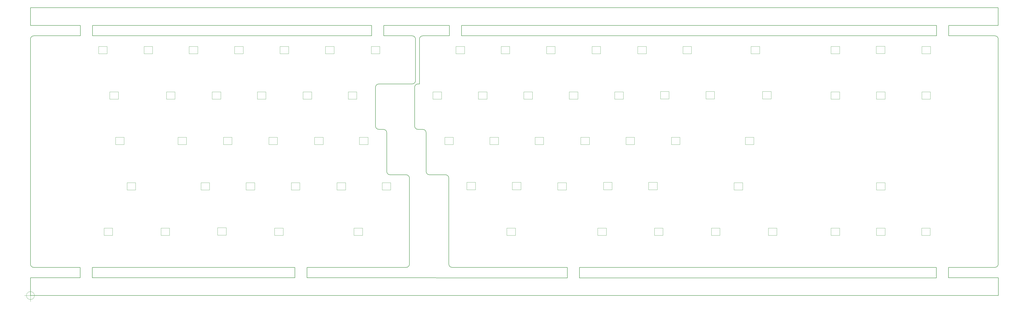
<source format=gbr>
G04 #@! TF.GenerationSoftware,KiCad,Pcbnew,(5.1.9)-1*
G04 #@! TF.CreationDate,2021-02-20T23:04:41-08:00*
G04 #@! TF.ProjectId,kujira,6b756a69-7261-42e6-9b69-6361645f7063,rev?*
G04 #@! TF.SameCoordinates,Original*
G04 #@! TF.FileFunction,Profile,NP*
%FSLAX46Y46*%
G04 Gerber Fmt 4.6, Leading zero omitted, Abs format (unit mm)*
G04 Created by KiCad (PCBNEW (5.1.9)-1) date 2021-02-20 23:04:41*
%MOMM*%
%LPD*%
G01*
G04 APERTURE LIST*
G04 #@! TA.AperFunction,Profile*
%ADD10C,0.100000*%
G04 #@! TD*
G04 #@! TA.AperFunction,Profile*
%ADD11C,0.200000*%
G04 #@! TD*
G04 #@! TA.AperFunction,Profile*
%ADD12C,0.120000*%
G04 #@! TD*
G04 APERTURE END LIST*
D10*
X22748666Y-144018000D02*
G75*
G03*
X22748666Y-144018000I-1666666J0D01*
G01*
X18582000Y-144018000D02*
X23582000Y-144018000D01*
X21082000Y-141518000D02*
X21082000Y-146518000D01*
D11*
X183515000Y-55245000D02*
X184150000Y-55245000D01*
X47117000Y-30734000D02*
X47117000Y-35052000D01*
X21082000Y-30734000D02*
X21082000Y-23241000D01*
X21082000Y-30734000D02*
X42037000Y-30734000D01*
X21082000Y-23241000D02*
X426783500Y-23241000D01*
X169164000Y-30734000D02*
X196723000Y-30734000D01*
X164084000Y-35052000D02*
X164084000Y-30734000D01*
X42037000Y-35052000D02*
X42037000Y-30734000D01*
X426783500Y-23241000D02*
X426783500Y-30734000D01*
X169164000Y-30734000D02*
X169164000Y-35052000D01*
X164084000Y-30734000D02*
X47117000Y-30734000D01*
X196723000Y-35052000D02*
X196723000Y-30734000D01*
X201803000Y-30734000D02*
X201803000Y-35052000D01*
X406019000Y-30734000D02*
X406019000Y-35052000D01*
X406019000Y-30734000D02*
X426783500Y-30734000D01*
X400939000Y-30734000D02*
X201803000Y-30734000D01*
X400939000Y-35052000D02*
X400939000Y-30734000D01*
X426847000Y-136525000D02*
X405892000Y-136525000D01*
X283845000Y-136652000D02*
X251206000Y-136652000D01*
X426847000Y-144018000D02*
X21082000Y-144018000D01*
X21082000Y-144018000D02*
X21082000Y-136525000D01*
X41910000Y-136525000D02*
X21082000Y-136525000D01*
X283845000Y-136652000D02*
X400812000Y-136652000D01*
X46990000Y-136525000D02*
X131953000Y-136525000D01*
X426847000Y-136525000D02*
X426847000Y-144018000D01*
X137033000Y-136525000D02*
X246126000Y-136652000D01*
X46990000Y-132207000D02*
X46990000Y-136525000D01*
X41910000Y-136525000D02*
X41910000Y-132207000D01*
X137033000Y-132207000D02*
X137033000Y-136525000D01*
X131953000Y-136525000D02*
X131953000Y-132207000D01*
X251206000Y-132207000D02*
X251206000Y-136652000D01*
X246126000Y-136652000D02*
X246126000Y-132207000D01*
X400812000Y-136652000D02*
X400812000Y-132207000D01*
X405892000Y-132207000D02*
X405892000Y-136525000D01*
X137033000Y-132207000D02*
X178562000Y-132207000D01*
X405892000Y-132207000D02*
X425386500Y-132207000D01*
X283845000Y-132207000D02*
X251206000Y-132207000D01*
X246126000Y-132207000D02*
X197866000Y-132207000D01*
X22479000Y-132207000D02*
X41910000Y-132207000D01*
X46990000Y-132207000D02*
X131953000Y-132207000D01*
X406019000Y-35052000D02*
X425386500Y-35052000D01*
X22479000Y-35052000D02*
X42037000Y-35052000D01*
X185547000Y-35052000D02*
X196723000Y-35052000D01*
X169164000Y-35052000D02*
X181102000Y-35052000D01*
X182118000Y-56642000D02*
G75*
G02*
X183515000Y-55245000I1397000J0D01*
G01*
X183515000Y-74295000D02*
G75*
G02*
X182118000Y-72898000I0J1397000D01*
G01*
X185547000Y-74295000D02*
G75*
G02*
X186944000Y-75692000I0J-1397000D01*
G01*
X188341000Y-93345000D02*
G75*
G02*
X186944000Y-91948000I0J1397000D01*
G01*
X195072000Y-93345000D02*
G75*
G02*
X196469000Y-94742000I0J-1397000D01*
G01*
X197866000Y-132207000D02*
G75*
G02*
X196469000Y-130810000I0J1397000D01*
G01*
X179959000Y-130810000D02*
G75*
G02*
X178562000Y-132207000I-1397000J0D01*
G01*
X178562000Y-93345000D02*
G75*
G02*
X179959000Y-94742000I0J-1397000D01*
G01*
X171831000Y-93345000D02*
G75*
G02*
X170434000Y-91948000I0J1397000D01*
G01*
X169037000Y-74295000D02*
G75*
G02*
X170434000Y-75692000I0J-1397000D01*
G01*
X167132000Y-74295000D02*
G75*
G02*
X165735000Y-72898000I0J1397000D01*
G01*
X165735000Y-56642000D02*
G75*
G02*
X167132000Y-55245000I1397000J0D01*
G01*
X182499000Y-53848000D02*
G75*
G02*
X181102000Y-55245000I-1397000J0D01*
G01*
X181102000Y-35052000D02*
G75*
G02*
X182499000Y-36449000I0J-1397000D01*
G01*
X184150000Y-36449000D02*
G75*
G02*
X185547000Y-35052000I1397000J0D01*
G01*
X201803000Y-35052000D02*
X400939000Y-35052000D01*
X283845000Y-132207000D02*
X400812000Y-132207000D01*
X184150000Y-55245000D02*
X184150000Y-36449000D01*
X182118000Y-72898000D02*
X182118000Y-56642000D01*
X185547000Y-74295000D02*
X183515000Y-74295000D01*
X186944000Y-91948000D02*
X186944000Y-75692000D01*
X195072000Y-93345000D02*
X188341000Y-93345000D01*
X196469000Y-130810000D02*
X196469000Y-94742000D01*
X182499000Y-53848000D02*
X182499000Y-36449000D01*
X167132000Y-55245000D02*
X181102000Y-55245000D01*
X165735000Y-72898000D02*
X165735000Y-56642000D01*
X169037000Y-74295000D02*
X167132000Y-74295000D01*
X170434000Y-91948000D02*
X170434000Y-75692000D01*
X178562000Y-93345000D02*
X171831000Y-93345000D01*
X179959000Y-130810000D02*
X179959000Y-94742000D01*
X21082000Y-36449000D02*
G75*
G02*
X22479000Y-35052000I1397000J0D01*
G01*
X425386500Y-35052000D02*
G75*
G02*
X426783500Y-36449000I0J-1397000D01*
G01*
X426784880Y-130746500D02*
G75*
G02*
X425386500Y-132207000I-1461880J0D01*
G01*
X22479000Y-132207000D02*
G75*
G02*
X21082000Y-130810000I0J1397000D01*
G01*
X47117000Y-35052000D02*
X164084000Y-35052000D01*
X426783500Y-36449000D02*
X426784880Y-130746500D01*
X21082000Y-130810000D02*
X21082000Y-36449000D01*
D12*
X398230500Y-118771000D02*
X394630500Y-118771000D01*
X398230500Y-115671000D02*
X398230500Y-118771000D01*
X394630500Y-115671000D02*
X398230500Y-115671000D01*
X394630500Y-118771000D02*
X394630500Y-115671000D01*
X379307500Y-118771000D02*
X375707500Y-118771000D01*
X379307500Y-115671000D02*
X379307500Y-118771000D01*
X375707500Y-115671000D02*
X379307500Y-115671000D01*
X375707500Y-118771000D02*
X375707500Y-115671000D01*
X360257500Y-118771000D02*
X356657500Y-118771000D01*
X360257500Y-115671000D02*
X360257500Y-118771000D01*
X356657500Y-115671000D02*
X360257500Y-115671000D01*
X356657500Y-118771000D02*
X356657500Y-115671000D01*
X379307500Y-99721000D02*
X375707500Y-99721000D01*
X379307500Y-96621000D02*
X379307500Y-99721000D01*
X375707500Y-96621000D02*
X379307500Y-96621000D01*
X375707500Y-99721000D02*
X375707500Y-96621000D01*
X398313500Y-61621000D02*
X394713500Y-61621000D01*
X398313500Y-58521000D02*
X398313500Y-61621000D01*
X394713500Y-58521000D02*
X398313500Y-58521000D01*
X394713500Y-61621000D02*
X394713500Y-58521000D01*
X379307500Y-61621000D02*
X375707500Y-61621000D01*
X379307500Y-58521000D02*
X379307500Y-61621000D01*
X375707500Y-58521000D02*
X379307500Y-58521000D01*
X375707500Y-61621000D02*
X375707500Y-58521000D01*
X360257500Y-61621000D02*
X356657500Y-61621000D01*
X360257500Y-58521000D02*
X360257500Y-61621000D01*
X356657500Y-58521000D02*
X360257500Y-58521000D01*
X356657500Y-61621000D02*
X356657500Y-58521000D01*
X398357500Y-42571000D02*
X394757500Y-42571000D01*
X398357500Y-39471000D02*
X398357500Y-42571000D01*
X394757500Y-39471000D02*
X398357500Y-39471000D01*
X394757500Y-42571000D02*
X394757500Y-39471000D01*
X379224500Y-42506000D02*
X375624500Y-42506000D01*
X379224500Y-39406000D02*
X379224500Y-42506000D01*
X375624500Y-39406000D02*
X379224500Y-39406000D01*
X375624500Y-42506000D02*
X375624500Y-39406000D01*
X360257500Y-42571000D02*
X356657500Y-42571000D01*
X360257500Y-39471000D02*
X360257500Y-42571000D01*
X356657500Y-39471000D02*
X360257500Y-39471000D01*
X356657500Y-42571000D02*
X356657500Y-39471000D01*
X330368500Y-118771000D02*
X330368500Y-115671000D01*
X330368500Y-115671000D02*
X333968500Y-115671000D01*
X333968500Y-115671000D02*
X333968500Y-118771000D01*
X333968500Y-118771000D02*
X330368500Y-118771000D01*
X306492500Y-118771000D02*
X306492500Y-115671000D01*
X306492500Y-115671000D02*
X310092500Y-115671000D01*
X310092500Y-115671000D02*
X310092500Y-118771000D01*
X310092500Y-118771000D02*
X306492500Y-118771000D01*
X282616500Y-118771000D02*
X282616500Y-115671000D01*
X282616500Y-115671000D02*
X286216500Y-115671000D01*
X286216500Y-115671000D02*
X286216500Y-118771000D01*
X286216500Y-118771000D02*
X282616500Y-118771000D01*
X258867500Y-118771000D02*
X258867500Y-115671000D01*
X258867500Y-115671000D02*
X262467500Y-115671000D01*
X262467500Y-115671000D02*
X262467500Y-118771000D01*
X262467500Y-118771000D02*
X258867500Y-118771000D01*
X168507000Y-99721000D02*
X168507000Y-96621000D01*
X168507000Y-96621000D02*
X172107000Y-96621000D01*
X172107000Y-96621000D02*
X172107000Y-99721000D01*
X172107000Y-99721000D02*
X168507000Y-99721000D01*
X130407000Y-99721000D02*
X130407000Y-96621000D01*
X130407000Y-96621000D02*
X134007000Y-96621000D01*
X134007000Y-96621000D02*
X134007000Y-99721000D01*
X134007000Y-99721000D02*
X130407000Y-99721000D01*
X61573000Y-99721000D02*
X61573000Y-96621000D01*
X61573000Y-96621000D02*
X65173000Y-96621000D01*
X65173000Y-96621000D02*
X65173000Y-99721000D01*
X65173000Y-99721000D02*
X61573000Y-99721000D01*
X316017500Y-99721000D02*
X316017500Y-96621000D01*
X316017500Y-96621000D02*
X319617500Y-96621000D01*
X319617500Y-96621000D02*
X319617500Y-99721000D01*
X319617500Y-99721000D02*
X316017500Y-99721000D01*
X242103500Y-99721000D02*
X242103500Y-96621000D01*
X242103500Y-96621000D02*
X245703500Y-96621000D01*
X245703500Y-96621000D02*
X245703500Y-99721000D01*
X245703500Y-99721000D02*
X242103500Y-99721000D01*
X204003500Y-99594000D02*
X204003500Y-96494000D01*
X204003500Y-96494000D02*
X207603500Y-96494000D01*
X207603500Y-96494000D02*
X207603500Y-99594000D01*
X207603500Y-99594000D02*
X204003500Y-99594000D01*
X320716500Y-80671000D02*
X320716500Y-77571000D01*
X320716500Y-77571000D02*
X324316500Y-77571000D01*
X324316500Y-77571000D02*
X324316500Y-80671000D01*
X324316500Y-80671000D02*
X320716500Y-80671000D01*
X289728500Y-80671000D02*
X289728500Y-77571000D01*
X289728500Y-77571000D02*
X293328500Y-77571000D01*
X293328500Y-77571000D02*
X293328500Y-80671000D01*
X293328500Y-80671000D02*
X289728500Y-80671000D01*
X270678500Y-80671000D02*
X270678500Y-77571000D01*
X270678500Y-77571000D02*
X274278500Y-77571000D01*
X274278500Y-77571000D02*
X274278500Y-80671000D01*
X274278500Y-80671000D02*
X270678500Y-80671000D01*
X251755500Y-80671000D02*
X251755500Y-77571000D01*
X251755500Y-77571000D02*
X255355500Y-77571000D01*
X255355500Y-77571000D02*
X255355500Y-80671000D01*
X255355500Y-80671000D02*
X251755500Y-80671000D01*
X232578500Y-80671000D02*
X232578500Y-77571000D01*
X232578500Y-77571000D02*
X236178500Y-77571000D01*
X236178500Y-77571000D02*
X236178500Y-80671000D01*
X236178500Y-80671000D02*
X232578500Y-80671000D01*
X213655500Y-80671000D02*
X213655500Y-77571000D01*
X213655500Y-77571000D02*
X217255500Y-77571000D01*
X217255500Y-77571000D02*
X217255500Y-80671000D01*
X217255500Y-80671000D02*
X213655500Y-80671000D01*
X194732500Y-80671000D02*
X194732500Y-77571000D01*
X194732500Y-77571000D02*
X198332500Y-77571000D01*
X198332500Y-77571000D02*
X198332500Y-80671000D01*
X198332500Y-80671000D02*
X194732500Y-80671000D01*
X327955500Y-61494000D02*
X327955500Y-58394000D01*
X327955500Y-58394000D02*
X331555500Y-58394000D01*
X331555500Y-58394000D02*
X331555500Y-61494000D01*
X331555500Y-61494000D02*
X327955500Y-61494000D01*
X304206500Y-61494000D02*
X304206500Y-58394000D01*
X304206500Y-58394000D02*
X307806500Y-58394000D01*
X307806500Y-58394000D02*
X307806500Y-61494000D01*
X307806500Y-61494000D02*
X304206500Y-61494000D01*
X208829500Y-61621000D02*
X208829500Y-58521000D01*
X208829500Y-58521000D02*
X212429500Y-58521000D01*
X212429500Y-58521000D02*
X212429500Y-61621000D01*
X212429500Y-61621000D02*
X208829500Y-61621000D01*
X189779500Y-61621000D02*
X189779500Y-58521000D01*
X189779500Y-58521000D02*
X193379500Y-58521000D01*
X193379500Y-58521000D02*
X193379500Y-61621000D01*
X193379500Y-61621000D02*
X189779500Y-61621000D01*
X163935000Y-42571000D02*
X163935000Y-39471000D01*
X163935000Y-39471000D02*
X167535000Y-39471000D01*
X167535000Y-39471000D02*
X167535000Y-42571000D01*
X167535000Y-42571000D02*
X163935000Y-42571000D01*
X68685000Y-42571000D02*
X68685000Y-39471000D01*
X68685000Y-39471000D02*
X72285000Y-39471000D01*
X72285000Y-39471000D02*
X72285000Y-42571000D01*
X72285000Y-42571000D02*
X68685000Y-42571000D01*
X49635000Y-42571000D02*
X49635000Y-39471000D01*
X49635000Y-39471000D02*
X53235000Y-39471000D01*
X53235000Y-39471000D02*
X53235000Y-42571000D01*
X53235000Y-42571000D02*
X49635000Y-42571000D01*
X237404500Y-42571000D02*
X237404500Y-39471000D01*
X237404500Y-39471000D02*
X241004500Y-39471000D01*
X241004500Y-39471000D02*
X241004500Y-42571000D01*
X241004500Y-42571000D02*
X237404500Y-42571000D01*
X199431500Y-42571000D02*
X199431500Y-39471000D01*
X199431500Y-39471000D02*
X203031500Y-39471000D01*
X203031500Y-39471000D02*
X203031500Y-42571000D01*
X203031500Y-42571000D02*
X199431500Y-42571000D01*
X156696000Y-118771000D02*
X156696000Y-115671000D01*
X156696000Y-115671000D02*
X160296000Y-115671000D01*
X160296000Y-115671000D02*
X160296000Y-118771000D01*
X160296000Y-118771000D02*
X156696000Y-118771000D01*
X99546000Y-118644000D02*
X99546000Y-115544000D01*
X99546000Y-115544000D02*
X103146000Y-115544000D01*
X103146000Y-115544000D02*
X103146000Y-118644000D01*
X103146000Y-118644000D02*
X99546000Y-118644000D01*
X123422000Y-118771000D02*
X123422000Y-115671000D01*
X123422000Y-115671000D02*
X127022000Y-115671000D01*
X127022000Y-115671000D02*
X127022000Y-118771000D01*
X127022000Y-118771000D02*
X123422000Y-118771000D01*
X75797000Y-118771000D02*
X75797000Y-115671000D01*
X75797000Y-115671000D02*
X79397000Y-115671000D01*
X79397000Y-115671000D02*
X79397000Y-118771000D01*
X79397000Y-118771000D02*
X75797000Y-118771000D01*
X51921000Y-118771000D02*
X51921000Y-115671000D01*
X51921000Y-115671000D02*
X55521000Y-115671000D01*
X55521000Y-115671000D02*
X55521000Y-118771000D01*
X55521000Y-118771000D02*
X51921000Y-118771000D01*
X220767500Y-118771000D02*
X220767500Y-115671000D01*
X220767500Y-115671000D02*
X224367500Y-115671000D01*
X224367500Y-115671000D02*
X224367500Y-118771000D01*
X224367500Y-118771000D02*
X220767500Y-118771000D01*
X149584000Y-99721000D02*
X149584000Y-96621000D01*
X149584000Y-96621000D02*
X153184000Y-96621000D01*
X153184000Y-96621000D02*
X153184000Y-99721000D01*
X153184000Y-99721000D02*
X149584000Y-99721000D01*
X111484000Y-99721000D02*
X111484000Y-96621000D01*
X111484000Y-96621000D02*
X115084000Y-96621000D01*
X115084000Y-96621000D02*
X115084000Y-99721000D01*
X115084000Y-99721000D02*
X111484000Y-99721000D01*
X92561000Y-99721000D02*
X92561000Y-96621000D01*
X92561000Y-96621000D02*
X96161000Y-96621000D01*
X96161000Y-96621000D02*
X96161000Y-99721000D01*
X96161000Y-99721000D02*
X92561000Y-99721000D01*
X280203500Y-99594000D02*
X280203500Y-96494000D01*
X280203500Y-96494000D02*
X283803500Y-96494000D01*
X283803500Y-96494000D02*
X283803500Y-99594000D01*
X283803500Y-99594000D02*
X280203500Y-99594000D01*
X261280500Y-99594000D02*
X261280500Y-96494000D01*
X261280500Y-96494000D02*
X264880500Y-96494000D01*
X264880500Y-96494000D02*
X264880500Y-99594000D01*
X264880500Y-99594000D02*
X261280500Y-99594000D01*
X223053500Y-99594000D02*
X223053500Y-96494000D01*
X223053500Y-96494000D02*
X226653500Y-96494000D01*
X226653500Y-96494000D02*
X226653500Y-99594000D01*
X226653500Y-99594000D02*
X223053500Y-99594000D01*
X158982000Y-80671000D02*
X158982000Y-77571000D01*
X158982000Y-77571000D02*
X162582000Y-77571000D01*
X162582000Y-77571000D02*
X162582000Y-80671000D01*
X162582000Y-80671000D02*
X158982000Y-80671000D01*
X140186000Y-80671000D02*
X140186000Y-77571000D01*
X140186000Y-77571000D02*
X143786000Y-77571000D01*
X143786000Y-77571000D02*
X143786000Y-80671000D01*
X143786000Y-80671000D02*
X140186000Y-80671000D01*
X121009000Y-80671000D02*
X121009000Y-77571000D01*
X121009000Y-77571000D02*
X124609000Y-77571000D01*
X124609000Y-77571000D02*
X124609000Y-80671000D01*
X124609000Y-80671000D02*
X121009000Y-80671000D01*
X101959000Y-80671000D02*
X101959000Y-77571000D01*
X101959000Y-77571000D02*
X105559000Y-77571000D01*
X105559000Y-77571000D02*
X105559000Y-80671000D01*
X105559000Y-80671000D02*
X101959000Y-80671000D01*
X82909000Y-80671000D02*
X82909000Y-77571000D01*
X82909000Y-77571000D02*
X86509000Y-77571000D01*
X86509000Y-77571000D02*
X86509000Y-80671000D01*
X86509000Y-80671000D02*
X82909000Y-80671000D01*
X56747000Y-80671000D02*
X56747000Y-77571000D01*
X56747000Y-77571000D02*
X60347000Y-77571000D01*
X60347000Y-77571000D02*
X60347000Y-80671000D01*
X60347000Y-80671000D02*
X56747000Y-80671000D01*
X154283000Y-61621000D02*
X154283000Y-58521000D01*
X154283000Y-58521000D02*
X157883000Y-58521000D01*
X157883000Y-58521000D02*
X157883000Y-61621000D01*
X157883000Y-61621000D02*
X154283000Y-61621000D01*
X135360000Y-61621000D02*
X135360000Y-58521000D01*
X135360000Y-58521000D02*
X138960000Y-58521000D01*
X138960000Y-58521000D02*
X138960000Y-61621000D01*
X138960000Y-61621000D02*
X135360000Y-61621000D01*
X116183000Y-61621000D02*
X116183000Y-58521000D01*
X116183000Y-58521000D02*
X119783000Y-58521000D01*
X119783000Y-58521000D02*
X119783000Y-61621000D01*
X119783000Y-61621000D02*
X116183000Y-61621000D01*
X97260000Y-61621000D02*
X97260000Y-58521000D01*
X97260000Y-58521000D02*
X100860000Y-58521000D01*
X100860000Y-58521000D02*
X100860000Y-61621000D01*
X100860000Y-61621000D02*
X97260000Y-61621000D01*
X78083000Y-61621000D02*
X78083000Y-58521000D01*
X78083000Y-58521000D02*
X81683000Y-58521000D01*
X81683000Y-58521000D02*
X81683000Y-61621000D01*
X81683000Y-61621000D02*
X78083000Y-61621000D01*
X54334000Y-61621000D02*
X54334000Y-58521000D01*
X54334000Y-58521000D02*
X57934000Y-58521000D01*
X57934000Y-58521000D02*
X57934000Y-61621000D01*
X57934000Y-61621000D02*
X54334000Y-61621000D01*
X285156500Y-61494000D02*
X285156500Y-58394000D01*
X285156500Y-58394000D02*
X288756500Y-58394000D01*
X288756500Y-58394000D02*
X288756500Y-61494000D01*
X288756500Y-61494000D02*
X285156500Y-61494000D01*
X265979500Y-61621000D02*
X265979500Y-58521000D01*
X265979500Y-58521000D02*
X269579500Y-58521000D01*
X269579500Y-58521000D02*
X269579500Y-61621000D01*
X269579500Y-61621000D02*
X265979500Y-61621000D01*
X246929500Y-61621000D02*
X246929500Y-58521000D01*
X246929500Y-58521000D02*
X250529500Y-58521000D01*
X250529500Y-58521000D02*
X250529500Y-61621000D01*
X250529500Y-61621000D02*
X246929500Y-61621000D01*
X227879500Y-61621000D02*
X227879500Y-58521000D01*
X227879500Y-58521000D02*
X231479500Y-58521000D01*
X231479500Y-58521000D02*
X231479500Y-61621000D01*
X231479500Y-61621000D02*
X227879500Y-61621000D01*
X144758000Y-42571000D02*
X144758000Y-39471000D01*
X144758000Y-39471000D02*
X148358000Y-39471000D01*
X148358000Y-39471000D02*
X148358000Y-42571000D01*
X148358000Y-42571000D02*
X144758000Y-42571000D01*
X125708000Y-42571000D02*
X125708000Y-39471000D01*
X125708000Y-39471000D02*
X129308000Y-39471000D01*
X129308000Y-39471000D02*
X129308000Y-42571000D01*
X129308000Y-42571000D02*
X125708000Y-42571000D01*
X106658000Y-42571000D02*
X106658000Y-39471000D01*
X106658000Y-39471000D02*
X110258000Y-39471000D01*
X110258000Y-39471000D02*
X110258000Y-42571000D01*
X110258000Y-42571000D02*
X106658000Y-42571000D01*
X87608000Y-42571000D02*
X87608000Y-39471000D01*
X87608000Y-39471000D02*
X91208000Y-39471000D01*
X91208000Y-39471000D02*
X91208000Y-42571000D01*
X91208000Y-42571000D02*
X87608000Y-42571000D01*
X323129500Y-42571000D02*
X323129500Y-39471000D01*
X323129500Y-39471000D02*
X326729500Y-39471000D01*
X326729500Y-39471000D02*
X326729500Y-42571000D01*
X326729500Y-42571000D02*
X323129500Y-42571000D01*
X294554500Y-42571000D02*
X294554500Y-39471000D01*
X294554500Y-39471000D02*
X298154500Y-39471000D01*
X298154500Y-39471000D02*
X298154500Y-42571000D01*
X298154500Y-42571000D02*
X294554500Y-42571000D01*
X275631500Y-42571000D02*
X275631500Y-39471000D01*
X275631500Y-39471000D02*
X279231500Y-39471000D01*
X279231500Y-39471000D02*
X279231500Y-42571000D01*
X279231500Y-42571000D02*
X275631500Y-42571000D01*
X256454500Y-42571000D02*
X256454500Y-39471000D01*
X256454500Y-39471000D02*
X260054500Y-39471000D01*
X260054500Y-39471000D02*
X260054500Y-42571000D01*
X260054500Y-42571000D02*
X256454500Y-42571000D01*
X218354500Y-42571000D02*
X218354500Y-39471000D01*
X218354500Y-39471000D02*
X221954500Y-39471000D01*
X221954500Y-39471000D02*
X221954500Y-42571000D01*
X221954500Y-42571000D02*
X218354500Y-42571000D01*
M02*

</source>
